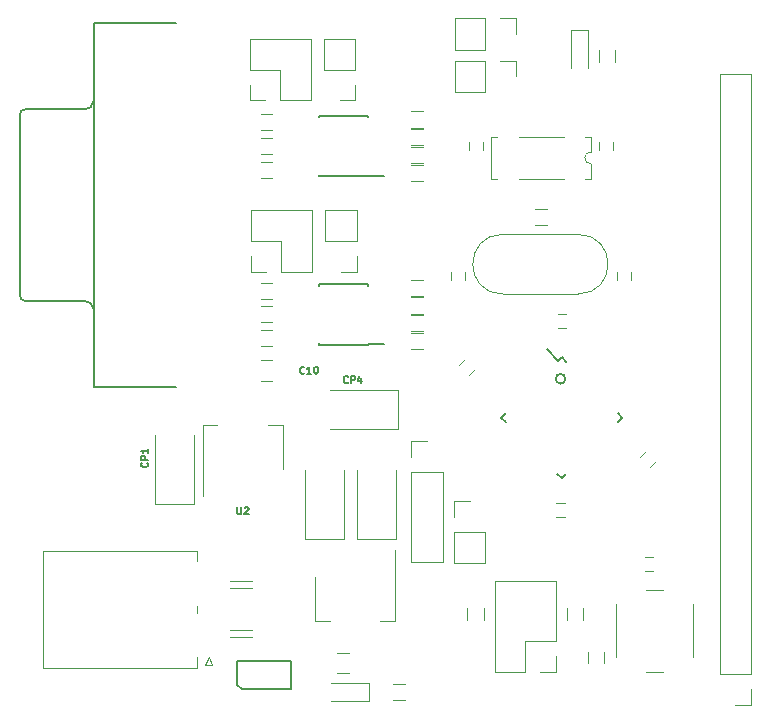
<source format=gbr>
G04 #@! TF.FileFunction,Legend,Top*
%FSLAX46Y46*%
G04 Gerber Fmt 4.6, Leading zero omitted, Abs format (unit mm)*
G04 Created by KiCad (PCBNEW 4.0.7) date 10/26/17 01:15:41*
%MOMM*%
%LPD*%
G01*
G04 APERTURE LIST*
%ADD10C,0.100000*%
%ADD11C,0.150000*%
%ADD12C,0.200000*%
%ADD13C,0.203200*%
%ADD14C,0.120000*%
G04 APERTURE END LIST*
D10*
D11*
X19114285Y-31214286D02*
X19085714Y-31242857D01*
X19000000Y-31271429D01*
X18942857Y-31271429D01*
X18857142Y-31242857D01*
X18800000Y-31185714D01*
X18771428Y-31128571D01*
X18742857Y-31014286D01*
X18742857Y-30928571D01*
X18771428Y-30814286D01*
X18800000Y-30757143D01*
X18857142Y-30700000D01*
X18942857Y-30671429D01*
X19000000Y-30671429D01*
X19085714Y-30700000D01*
X19114285Y-30728571D01*
X19685714Y-31271429D02*
X19342857Y-31271429D01*
X19514285Y-31271429D02*
X19514285Y-30671429D01*
X19457142Y-30757143D01*
X19400000Y-30814286D01*
X19342857Y-30842857D01*
X20057143Y-30671429D02*
X20114286Y-30671429D01*
X20171429Y-30700000D01*
X20200000Y-30728571D01*
X20228571Y-30785714D01*
X20257143Y-30900000D01*
X20257143Y-31042857D01*
X20228571Y-31157143D01*
X20200000Y-31214286D01*
X20171429Y-31242857D01*
X20114286Y-31271429D01*
X20057143Y-31271429D01*
X20000000Y-31242857D01*
X19971429Y-31214286D01*
X19942857Y-31157143D01*
X19914286Y-31042857D01*
X19914286Y-30900000D01*
X19942857Y-30785714D01*
X19971429Y-30728571D01*
X20000000Y-30700000D01*
X20057143Y-30671429D01*
X22800000Y-32014286D02*
X22771429Y-32042857D01*
X22685715Y-32071429D01*
X22628572Y-32071429D01*
X22542857Y-32042857D01*
X22485715Y-31985714D01*
X22457143Y-31928571D01*
X22428572Y-31814286D01*
X22428572Y-31728571D01*
X22457143Y-31614286D01*
X22485715Y-31557143D01*
X22542857Y-31500000D01*
X22628572Y-31471429D01*
X22685715Y-31471429D01*
X22771429Y-31500000D01*
X22800000Y-31528571D01*
X23057143Y-32071429D02*
X23057143Y-31471429D01*
X23285715Y-31471429D01*
X23342857Y-31500000D01*
X23371429Y-31528571D01*
X23400000Y-31585714D01*
X23400000Y-31671429D01*
X23371429Y-31728571D01*
X23342857Y-31757143D01*
X23285715Y-31785714D01*
X23057143Y-31785714D01*
X23914286Y-31671429D02*
X23914286Y-32071429D01*
X23771429Y-31442857D02*
X23628572Y-31871429D01*
X24000000Y-31871429D01*
X13442857Y-42571429D02*
X13442857Y-43057143D01*
X13471429Y-43114286D01*
X13500000Y-43142857D01*
X13557143Y-43171429D01*
X13671429Y-43171429D01*
X13728571Y-43142857D01*
X13757143Y-43114286D01*
X13785714Y-43057143D01*
X13785714Y-42571429D01*
X14042857Y-42628571D02*
X14071428Y-42600000D01*
X14128571Y-42571429D01*
X14271428Y-42571429D01*
X14328571Y-42600000D01*
X14357142Y-42628571D01*
X14385714Y-42685714D01*
X14385714Y-42742857D01*
X14357142Y-42828571D01*
X14014285Y-43171429D01*
X14385714Y-43171429D01*
X5814286Y-38800000D02*
X5842857Y-38828571D01*
X5871429Y-38914285D01*
X5871429Y-38971428D01*
X5842857Y-39057143D01*
X5785714Y-39114285D01*
X5728571Y-39142857D01*
X5614286Y-39171428D01*
X5528571Y-39171428D01*
X5414286Y-39142857D01*
X5357143Y-39114285D01*
X5300000Y-39057143D01*
X5271429Y-38971428D01*
X5271429Y-38914285D01*
X5300000Y-38828571D01*
X5328571Y-38800000D01*
X5871429Y-38542857D02*
X5271429Y-38542857D01*
X5271429Y-38314285D01*
X5300000Y-38257143D01*
X5328571Y-38228571D01*
X5385714Y-38200000D01*
X5471429Y-38200000D01*
X5528571Y-38228571D01*
X5557143Y-38257143D01*
X5585714Y-38314285D01*
X5585714Y-38542857D01*
X5871429Y-37628571D02*
X5871429Y-37971428D01*
X5871429Y-37800000D02*
X5271429Y-37800000D01*
X5357143Y-37857143D01*
X5414286Y-37914285D01*
X5442857Y-37971428D01*
D12*
X41212311Y-31700000D02*
G75*
G03X41212311Y-31700000I-412311J0D01*
G01*
X13400000Y-55600000D02*
X13700000Y-55600000D01*
X13400000Y-57600000D02*
X13400000Y-55600000D01*
X13800000Y-58000000D02*
X13400000Y-57600000D01*
X18000000Y-58000000D02*
X13800000Y-58000000D01*
X18000000Y-55600000D02*
X18000000Y-58000000D01*
X13700000Y-55600000D02*
X18000000Y-55600000D01*
D11*
X40900000Y-29873476D02*
X40581802Y-30191674D01*
X46026524Y-35000000D02*
X45655293Y-35371231D01*
X40900000Y-40126524D02*
X41271231Y-39755293D01*
X35773476Y-35000000D02*
X36144707Y-34628769D01*
X40900000Y-29873476D02*
X41271231Y-30244707D01*
X35773476Y-35000000D02*
X36144707Y-35371231D01*
X40900000Y-40126524D02*
X40528769Y-39755293D01*
X46026524Y-35000000D02*
X45655293Y-34628769D01*
X40581802Y-30191674D02*
X39609530Y-29219402D01*
D13*
X8257460Y-32397480D02*
X1300400Y-32397480D01*
X8260000Y-1602520D02*
X1300400Y-1602520D01*
X581580Y-25128000D02*
X-4498420Y-25128000D01*
X1300400Y-32397480D02*
X1300400Y-1602520D01*
X581580Y-8872000D02*
X-4498420Y-8872000D01*
X-5006420Y-24620000D02*
X-5006420Y-9380000D01*
X-5006420Y-24620000D02*
G75*
G03X-4498420Y-25128000I508000J0D01*
G01*
X-4498420Y-8872000D02*
G75*
G03X-5006420Y-9380000I0J-508000D01*
G01*
X1214040Y-25760460D02*
G75*
G03X581580Y-25128000I-632460J0D01*
G01*
X581580Y-8874540D02*
G75*
G03X1216580Y-8239540I0J635000D01*
G01*
D14*
X38650000Y-17320000D02*
X39650000Y-17320000D01*
X39650000Y-18680000D02*
X38650000Y-18680000D01*
X35890000Y-19475000D02*
X42290000Y-19475000D01*
X35890000Y-24525000D02*
X42290000Y-24525000D01*
X35890000Y-24525000D02*
G75*
G02X35890000Y-19475000I0J2525000D01*
G01*
X42290000Y-24525000D02*
G75*
G03X42290000Y-19475000I0J2525000D01*
G01*
X16400000Y-30150000D02*
X15400000Y-30150000D01*
X15400000Y-31850000D02*
X16400000Y-31850000D01*
X22900000Y-54950000D02*
X21900000Y-54950000D01*
X21900000Y-56650000D02*
X22900000Y-56650000D01*
X6500000Y-42300000D02*
X6500000Y-36500000D01*
X9800000Y-42300000D02*
X9800000Y-36500000D01*
X6500000Y-42300000D02*
X9800000Y-42300000D01*
X19150000Y-45250000D02*
X19150000Y-39450000D01*
X22450000Y-45250000D02*
X22450000Y-39450000D01*
X19150000Y-45250000D02*
X22450000Y-45250000D01*
X23550000Y-45250000D02*
X23550000Y-39450000D01*
X26850000Y-45250000D02*
X26850000Y-39450000D01*
X23550000Y-45250000D02*
X26850000Y-45250000D01*
X27050000Y-35950000D02*
X21250000Y-35950000D01*
X27050000Y-32650000D02*
X21250000Y-32650000D01*
X27050000Y-35950000D02*
X27050000Y-32650000D01*
X41650000Y-5400000D02*
X41650000Y-2200000D01*
X43150000Y-2200000D02*
X43150000Y-5400000D01*
X43150000Y-2200000D02*
X41650000Y-2200000D01*
X21400000Y-57450000D02*
X24600000Y-57450000D01*
X24600000Y-58950000D02*
X21400000Y-58950000D01*
X24600000Y-58950000D02*
X24600000Y-57450000D01*
X28170000Y-47250000D02*
X30830000Y-47250000D01*
X28170000Y-39570000D02*
X28170000Y-47250000D01*
X30830000Y-39570000D02*
X30830000Y-47250000D01*
X28170000Y-39570000D02*
X30830000Y-39570000D01*
X28170000Y-38300000D02*
X28170000Y-36970000D01*
X28170000Y-36970000D02*
X29500000Y-36970000D01*
X31770000Y-47270000D02*
X34430000Y-47270000D01*
X31770000Y-44670000D02*
X31770000Y-47270000D01*
X34430000Y-44670000D02*
X34430000Y-47270000D01*
X31770000Y-44670000D02*
X34430000Y-44670000D01*
X31770000Y-43400000D02*
X31770000Y-42070000D01*
X31770000Y-42070000D02*
X33100000Y-42070000D01*
X40430000Y-48790000D02*
X35230000Y-48790000D01*
X40430000Y-53930000D02*
X40430000Y-48790000D01*
X35230000Y-56530000D02*
X35230000Y-48790000D01*
X40430000Y-53930000D02*
X37830000Y-53930000D01*
X37830000Y-53930000D02*
X37830000Y-56530000D01*
X37830000Y-56530000D02*
X35230000Y-56530000D01*
X40430000Y-55200000D02*
X40430000Y-56530000D01*
X40430000Y-56530000D02*
X39100000Y-56530000D01*
X19670000Y-8130000D02*
X19670000Y-2930000D01*
X17070000Y-8130000D02*
X19670000Y-8130000D01*
X14470000Y-2930000D02*
X19670000Y-2930000D01*
X17070000Y-8130000D02*
X17070000Y-5530000D01*
X17070000Y-5530000D02*
X14470000Y-5530000D01*
X14470000Y-5530000D02*
X14470000Y-2930000D01*
X15800000Y-8130000D02*
X14470000Y-8130000D01*
X14470000Y-8130000D02*
X14470000Y-6800000D01*
X23430000Y-2930000D02*
X20770000Y-2930000D01*
X23430000Y-5530000D02*
X23430000Y-2930000D01*
X20770000Y-5530000D02*
X20770000Y-2930000D01*
X23430000Y-5530000D02*
X20770000Y-5530000D01*
X23430000Y-6800000D02*
X23430000Y-8130000D01*
X23430000Y-8130000D02*
X22100000Y-8130000D01*
X45500000Y-50800000D02*
X45500000Y-55300000D01*
X49500000Y-49550000D02*
X48000000Y-49550000D01*
X52000000Y-55300000D02*
X52000000Y-50800000D01*
X48000000Y-56550000D02*
X49500000Y-56550000D01*
X17310000Y-35590000D02*
X16050000Y-35590000D01*
X10490000Y-35590000D02*
X11750000Y-35590000D01*
X17310000Y-39350000D02*
X17310000Y-35590000D01*
X10490000Y-41600000D02*
X10490000Y-35590000D01*
X19990000Y-52210000D02*
X21250000Y-52210000D01*
X26810000Y-52210000D02*
X25550000Y-52210000D01*
X19990000Y-48450000D02*
X19990000Y-52210000D01*
X26810000Y-46200000D02*
X26810000Y-52210000D01*
D11*
X24475000Y-28825000D02*
X24475000Y-28775000D01*
X20325000Y-28825000D02*
X20325000Y-28680000D01*
X20325000Y-23675000D02*
X20325000Y-23820000D01*
X24475000Y-23675000D02*
X24475000Y-23820000D01*
X24475000Y-28825000D02*
X20325000Y-28825000D01*
X24475000Y-23675000D02*
X20325000Y-23675000D01*
X24475000Y-28775000D02*
X25875000Y-28775000D01*
X24475000Y-14575000D02*
X24475000Y-14525000D01*
X20325000Y-14575000D02*
X20325000Y-14430000D01*
X20325000Y-9425000D02*
X20325000Y-9570000D01*
X24475000Y-9425000D02*
X24475000Y-9570000D01*
X24475000Y-14575000D02*
X20325000Y-14575000D01*
X24475000Y-9425000D02*
X20325000Y-9425000D01*
X24475000Y-14525000D02*
X25875000Y-14525000D01*
D14*
X35420000Y-14800000D02*
X34950000Y-14800000D01*
X34950000Y-14800000D02*
X34950000Y-11200000D01*
X34950000Y-11200000D02*
X35420000Y-11200000D01*
X41050000Y-14800000D02*
X37250000Y-14800000D01*
X43350000Y-13500000D02*
X43350000Y-14800000D01*
X43350000Y-11200000D02*
X43350000Y-12500000D01*
X43350000Y-14800000D02*
X42880000Y-14800000D01*
X43350000Y-11200000D02*
X42880000Y-11200000D01*
X37250000Y-11200000D02*
X41050000Y-11200000D01*
X43350000Y-12500000D02*
G75*
G03X43350000Y-13500000I0J-500000D01*
G01*
X44480000Y-54800000D02*
X44480000Y-55800000D01*
X43120000Y-55800000D02*
X43120000Y-54800000D01*
X45380000Y-3900000D02*
X45380000Y-4900000D01*
X44020000Y-4900000D02*
X44020000Y-3900000D01*
X26600000Y-57520000D02*
X27600000Y-57520000D01*
X27600000Y-58880000D02*
X26600000Y-58880000D01*
X42680000Y-51100000D02*
X42680000Y-52100000D01*
X41320000Y-52100000D02*
X41320000Y-51100000D01*
X32920000Y-52100000D02*
X32920000Y-51100000D01*
X34280000Y-51100000D02*
X34280000Y-52100000D01*
X28150000Y-27820000D02*
X29150000Y-27820000D01*
X29150000Y-29180000D02*
X28150000Y-29180000D01*
X28150000Y-13570000D02*
X29150000Y-13570000D01*
X29150000Y-14930000D02*
X28150000Y-14930000D01*
X28150000Y-26320000D02*
X29150000Y-26320000D01*
X29150000Y-27680000D02*
X28150000Y-27680000D01*
X28150000Y-12070000D02*
X29150000Y-12070000D01*
X29150000Y-13430000D02*
X28150000Y-13430000D01*
X28150000Y-24820000D02*
X29150000Y-24820000D01*
X29150000Y-26180000D02*
X28150000Y-26180000D01*
X28150000Y-10570000D02*
X29150000Y-10570000D01*
X29150000Y-11930000D02*
X28150000Y-11930000D01*
X28150000Y-23320000D02*
X29150000Y-23320000D01*
X29150000Y-24680000D02*
X28150000Y-24680000D01*
X28150000Y-9070000D02*
X29150000Y-9070000D01*
X29150000Y-10430000D02*
X28150000Y-10430000D01*
X15400000Y-23570000D02*
X16400000Y-23570000D01*
X16400000Y-24930000D02*
X15400000Y-24930000D01*
X16400000Y-28930000D02*
X15400000Y-28930000D01*
X15400000Y-27570000D02*
X16400000Y-27570000D01*
X15400000Y-9320000D02*
X16400000Y-9320000D01*
X16400000Y-10680000D02*
X15400000Y-10680000D01*
X16400000Y-14680000D02*
X15400000Y-14680000D01*
X15400000Y-13320000D02*
X16400000Y-13320000D01*
X16400000Y-26930000D02*
X15400000Y-26930000D01*
X15400000Y-25570000D02*
X16400000Y-25570000D01*
X15400000Y-11320000D02*
X16400000Y-11320000D01*
X16400000Y-12680000D02*
X15400000Y-12680000D01*
X33571751Y-30876777D02*
X33076777Y-31371751D01*
X32228249Y-30523223D02*
X32723223Y-30028249D01*
X47950000Y-46800000D02*
X48650000Y-46800000D01*
X48650000Y-48000000D02*
X47950000Y-48000000D01*
X48871751Y-38676777D02*
X48376777Y-39171751D01*
X47528249Y-38323223D02*
X48023223Y-37828249D01*
X40450000Y-42200000D02*
X41150000Y-42200000D01*
X41150000Y-43400000D02*
X40450000Y-43400000D01*
X41250000Y-27400000D02*
X40550000Y-27400000D01*
X40550000Y-26200000D02*
X41250000Y-26200000D01*
X31550000Y-23350000D02*
X31550000Y-22650000D01*
X32750000Y-22650000D02*
X32750000Y-23350000D01*
X45550000Y-23350000D02*
X45550000Y-22650000D01*
X46750000Y-22650000D02*
X46750000Y-23350000D01*
X44050000Y-12350000D02*
X44050000Y-11650000D01*
X45250000Y-11650000D02*
X45250000Y-12350000D01*
X33050000Y-12350000D02*
X33050000Y-11650000D01*
X34250000Y-11650000D02*
X34250000Y-12350000D01*
X19770000Y-22630000D02*
X19770000Y-17430000D01*
X17170000Y-22630000D02*
X19770000Y-22630000D01*
X14570000Y-17430000D02*
X19770000Y-17430000D01*
X17170000Y-22630000D02*
X17170000Y-20030000D01*
X17170000Y-20030000D02*
X14570000Y-20030000D01*
X14570000Y-20030000D02*
X14570000Y-17430000D01*
X15900000Y-22630000D02*
X14570000Y-22630000D01*
X14570000Y-22630000D02*
X14570000Y-21300000D01*
X23530000Y-17430000D02*
X20870000Y-17430000D01*
X23530000Y-20030000D02*
X23530000Y-17430000D01*
X20870000Y-20030000D02*
X20870000Y-17430000D01*
X23530000Y-20030000D02*
X20870000Y-20030000D01*
X23530000Y-21300000D02*
X23530000Y-22630000D01*
X23530000Y-22630000D02*
X22200000Y-22630000D01*
X31830000Y-4770000D02*
X31830000Y-7430000D01*
X34430000Y-4770000D02*
X31830000Y-4770000D01*
X34430000Y-7430000D02*
X31830000Y-7430000D01*
X34430000Y-4770000D02*
X34430000Y-7430000D01*
X35700000Y-4770000D02*
X37030000Y-4770000D01*
X37030000Y-4770000D02*
X37030000Y-6100000D01*
X31830000Y-1170000D02*
X31830000Y-3830000D01*
X34430000Y-1170000D02*
X31830000Y-1170000D01*
X34430000Y-3830000D02*
X31830000Y-3830000D01*
X34430000Y-1170000D02*
X34430000Y-3830000D01*
X35700000Y-1170000D02*
X37030000Y-1170000D01*
X37030000Y-1170000D02*
X37030000Y-2500000D01*
X56930000Y-56730000D02*
X56930000Y-5870000D01*
X56930000Y-5870000D02*
X54270000Y-5870000D01*
X54270000Y-5870000D02*
X54270000Y-56730000D01*
X54270000Y-56730000D02*
X56930000Y-56730000D01*
X56930000Y-58000000D02*
X56930000Y-59330000D01*
X56930000Y-59330000D02*
X55600000Y-59330000D01*
X10050000Y-55300000D02*
X10050000Y-56150000D01*
X10050000Y-56150000D02*
X-3050000Y-56150000D01*
X-3050000Y-56150000D02*
X-3050000Y-51200000D01*
X10050000Y-47100000D02*
X10050000Y-46250000D01*
X10050000Y-46250000D02*
X-3050000Y-46250000D01*
X-3050000Y-46250000D02*
X-3050000Y-51200000D01*
X12800000Y-53600000D02*
X14700000Y-53600000D01*
X12800000Y-53000000D02*
X14700000Y-53000000D01*
X12800000Y-49400000D02*
X14700000Y-49400000D01*
X12800000Y-48800000D02*
X14700000Y-48800000D01*
X10000000Y-51500000D02*
X10000000Y-50900000D01*
X11000000Y-55300000D02*
X11300000Y-55900000D01*
X11300000Y-55900000D02*
X10700000Y-55900000D01*
X10700000Y-55900000D02*
X11000000Y-55300000D01*
M02*

</source>
